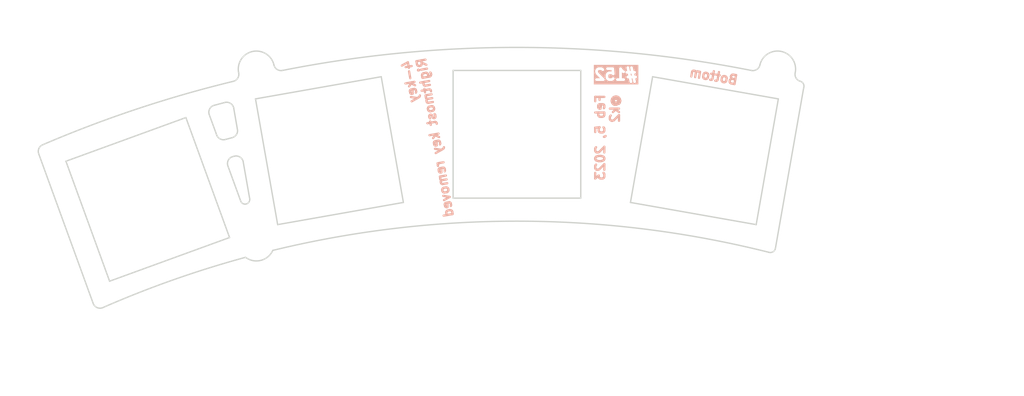
<source format=kicad_pcb>
(kicad_pcb (version 20221018) (generator pcbnew)
  (title_block (rev "1") (company "@e3w2q"))
  (layers (0 "F.Cu" signal) (31 "B.Cu" signal) (34 "B.Paste" user) (35 "F.Paste" user) (36 "B.SilkS" user "B.Silkscreen") (37 "F.SilkS" user "F.Silkscreen") (38 "B.Mask" user) (39 "F.Mask" user) (44 "Edge.Cuts" user))
  (net 0 "")
  (footprint "#footprint:Keyswitch_Plate_Hole" (layer "F.Cu") (at 106.550702 60.933434)
    (fp_text reference "SW28" hide)
    (fp_text value "SW_Push" hide)
    (fp_line (start -7 -7) (end -7 7) (stroke (width 0.15)) (layer "Edge.Cuts"))
    (fp_line (start 7 -7) (end -7 -7) (stroke (width 0.15)) (layer "Edge.Cuts"))
    (fp_line (start 7 -7) (end 7 7) (stroke (width 0.15)) (layer "Edge.Cuts"))
    (fp_line (start 7 7) (end -7 7) (stroke (width 0.15)) (layer "Edge.Cuts"))
  )
  (footprint "#footprint:Keyswitch_Plate_Hole" (layer "F.Cu") (at 127.108418 62.732608 -10)
    (fp_text reference "SW29" hide)
    (fp_text value "SW_Push" hide)
    (fp_line (start -7 -7) (end -7 7) (stroke (width 0.15)) (layer "Edge.Cuts"))
    (fp_line (start 7 -7) (end -7 -7) (stroke (width 0.15)) (layer "Edge.Cuts"))
    (fp_line (start 7 -7) (end 7 7) (stroke (width 0.15)) (layer "Edge.Cuts"))
    (fp_line (start 7 7) (end -7 7) (stroke (width 0.15)) (layer "Edge.Cuts"))
  )
  (footprint "#footprint:Keyswitch_Plate_Hole" (layer "F.Cu") (at 66.064039 68.072436 20)
    (fp_text reference "SW26" hide)
    (fp_text value "SW_Push" hide)
    (fp_line (start -7 -7) (end -7 7) (stroke (width 0.15)) (layer "Edge.Cuts"))
    (fp_line (start 7 -7) (end -7 -7) (stroke (width 0.15)) (layer "Edge.Cuts"))
    (fp_line (start 7 -7) (end 7 7) (stroke (width 0.15)) (layer "Edge.Cuts"))
    (fp_line (start 7 7) (end -7 7) (stroke (width 0.15)) (layer "Edge.Cuts"))
  )
  (footprint "#footprint:M2_Hole" (layer "F.Cu") (at 97.025698 68.474059)
    (fp_text reference "H9" hide)
    (fp_text value "MountingHole" hide)
    (pad "" np_thru_hole circle (at 0 0) (size 1.95 1.95) (drill 1.95) (layers "F&B.Cu" "*.Mask"))
  )
  (footprint "#footprint:M2_Hole" (layer "F.Cu") (at 135.125695 72.839684)
    (fp_text reference "H8" hide)
    (fp_text value "MountingHole" hide)
  )
  (footprint "#footprint:M2_Hole" (layer "F.Cu") (at 135.125647 53.78992)
    (fp_text reference "H7" hide)
    (fp_text value "MountingHole" hide)
    (pad "" np_thru_hole circle (at 0 0) (size 1.95 1.95) (drill 1.95) (layers "F&B.Cu" "*.Mask"))
  )
  (footprint "#footprint:M2_Hole" (layer "F.Cu") (at 77.975695 53.789687)
    (fp_text reference "H10" hide)
    (fp_text value "MountingHole" hide)
    (pad "" np_thru_hole circle (at 0 0) (size 1.95 1.95) (drill 1.95) (layers "F&B.Cu" "*.Mask"))
  )
  (footprint "#footprint:M2_Hole" (layer "F.Cu") (at 77.97569 72.839687)
    (fp_text reference "H9" hide)
    (fp_text value "MountingHole" hide)
    (pad "" np_thru_hole circle (at 0 0) (size 1.95 1.95) (drill 1.95) (layers "F&B.Cu" "*.Mask"))
  )
  (footprint "#footprint:M2_Hole" (layer "F.Cu") (at 116.075697 68.474057)
    (fp_text reference "H9" hide)
    (fp_text value "MountingHole" hide)
    (pad "" np_thru_hole circle (at 0 0) (size 1.95 1.95) (drill 1.95) (layers "F&B.Cu" "*.Mask"))
  )
  (footprint "#footprint:M2_Hole" (layer "F.Cu") (at 97.025701 68.474061)
    (fp_text reference "H9" hide)
    (fp_text value "MountingHole" hide)
    (pad "" np_thru_hole circle (at 0 0) (size 1.95 1.95) (drill 1.95) (layers "F&B.Cu" "*.Mask"))
  )
  (footprint "#footprint:Keyswitch_Plate_Hole" (layer "F.Cu") (at 85.989972 62.730055 10)
    (fp_text reference "SW27" hide)
    (fp_text value "SW_Push" hide)
    (fp_line (start -7 -7) (end -7 7) (stroke (width 0.15)) (layer "Edge.Cuts"))
    (fp_line (start 7 -7) (end -7 -7) (stroke (width 0.15)) (layer "Edge.Cuts"))
    (fp_line (start 7 -7) (end 7 7) (stroke (width 0.15)) (layer "Edge.Cuts"))
    (fp_line (start 7 7) (end -7 7) (stroke (width 0.15)) (layer "Edge.Cuts"))
  )
  (footprint "#footprint:M2_Hole" (layer "F.Cu") (at 116.0757 68.474059)
    (fp_text reference "H9" hide)
    (fp_text value "MountingHole" hide)
    (pad "" np_thru_hole circle (at 0 0) (size 1.95 1.95) (drill 1.95) (layers "F&B.Cu" "*.Mask"))
  )
  (gr_line (start 74.510553 57.447918) (end 73.351441 57.7585) (stroke (width 0.15)) (layer "Edge.Cuts"))
  (gr_arc (start 75.550832 63.339422) (mid 76.153145 63.418718) (end 76.522974 63.900688) (stroke (width 0.15)) (layer "Edge.Cuts"))
  (gr_arc (start 54.110813 63.084139) (mid 54.134959 62.476111) (end 54.585212 62.066779) (stroke (width 0.15)) (layer "Edge.Cuts"))
  (gr_arc (start 76.02635 54.151579) (mid 75.947054 54.753891) (end 75.465084 55.123719) (stroke (width 0.15)) (layer "Edge.Cuts"))
  (gr_arc (start 79.778806 73.668266) (mid 78.463339 74.763296) (end 76.785074 74.427182) (stroke (width 0.15)) (layer "Edge.Cuts"))
  (gr_arc (start 54.585212 62.066779) (mid 64.880442 58.160074) (end 75.465084 55.123719) (stroke (width 0.15)) (layer "Edge.Cuts"))
  (gr_arc (start 80.815398 53.938292) (mid 106.550622 51.408266) (end 132.285567 53.941125) (stroke (width 0.15)) (layer "Edge.Cuts"))
  (gr_arc (start 61.09904 79.959037) (mid 68.840508 76.905158) (end 76.785074 74.427182) (stroke (width 0.15)) (layer "Edge.Cuts"))
  (gr_arc (start 133.20509 53.297268) (mid 132.878676 53.809636) (end 132.285567 53.941125) (stroke (width 0.15)) (layer "Edge.Cuts"))
  (gr_arc (start 61.09904 79.959037) (mid 60.49211 79.932537) (end 60.081685 79.484634) (stroke (width 0.15)) (layer "Edge.Cuts"))
  (gr_line (start 75.326807 61.305604) (end 74.573386 61.50748) (stroke (width 0.15)) (layer "Edge.Cuts"))
  (gr_arc (start 74.510553 57.447917) (mid 75.112866 57.527214) (end 75.482694 58.009184) (stroke (width 0.15)) (layer "Edge.Cuts"))
  (gr_arc (start 137.635881 55.126552) (mid 137.153911 54.756724) (end 137.074615 54.154412) (stroke (width 0.15)) (layer "Edge.Cuts"))
  (gr_line (start 137.993844 55.853843) (end 134.9 73.42) (stroke (width 0.15)) (layer "Edge.Cuts"))
  (gr_arc (start 133.205089 53.297268) (mid 135.554437 51.854221) (end 137.074615 54.154412) (stroke (width 0.15)) (layer "Edge.Cuts"))
  (gr_arc (start 75.888075 60.333462) (mid 75.808778 60.935775) (end 75.326807 61.305604) (stroke (width 0.15)) (layer "Edge.Cuts"))
  (gr_line (start 73.601245 60.946215) (end 72.790176 58.730642) (stroke (width 0.15)) (layer "Edge.Cuts"))
  (gr_line (start 75.482694 58.009184) (end 75.888074 60.33346) (stroke (width 0.15)) (layer "Edge.Cuts"))
  (gr_arc (start 76.02635 54.151579) (mid 77.547127 51.854094) (end 79.895875 53.294435) (stroke (width 0.15)) (layer "Edge.Cuts"))
  (gr_line (start 77.245274 68.004826) (end 76.522974 63.900688) (stroke (width 0.15)) (layer "Edge.Cuts"))
  (gr_line (start 76.250498 68.238075) (end 74.835018 64.352975) (stroke (width 0.15)) (layer "Edge.Cuts"))
  (gr_arc (start 72.790174 58.730645) (mid 72.86947 58.12833) (end 73.351441 57.7585) (stroke (width 0.15)) (layer "Edge.Cuts"))
  (gr_arc (start 79.778806 73.668264) (mid 106.974305 70.463345) (end 134.145601 73.86736) (stroke (width 0.15)) (layer "Edge.Cuts"))
  (gr_arc (start 74.835017 64.352973) (mid 74.914314 63.75066) (end 75.396285 63.380831) (stroke (width 0.15)) (layer "Edge.Cuts"))
  (gr_arc (start 77.245274 68.004826) (mid 76.855202 68.579136) (end 76.250499 68.238075) (stroke (width 0.15)) (layer "Edge.Cuts"))
  (gr_arc (start 80.815398 53.938292) (mid 80.222289 53.806803) (end 79.895875 53.294435) (stroke (width 0.15)) (layer "Edge.Cuts"))
  (gr_line (start 60.081685 79.484634) (end 54.110813 63.084139) (stroke (width 0.15)) (layer "Edge.Cuts"))
  (gr_line (start 75.550832 63.339422) (end 75.396285 63.380831) (stroke (width 0.15)) (layer "Edge.Cuts"))
  (gr_arc (start 134.9 73.42) (mid 134.629444 73.823516) (end 134.145601 73.86736) (stroke (width 0.15)) (layer "Edge.Cuts"))
  (gr_arc (start 74.573385 61.507483) (mid 73.971073 61.428186) (end 73.601245 60.946215) (stroke (width 0.15)) (layer "Edge.Cuts"))
  (gr_arc (start 137.635881 55.126552) (mid 137.971166 55.413267) (end 137.993844 55.853843) (stroke (width 0.15)) (layer "Edge.Cuts"))
  (gr_text "Bottom" (at 130.78 55.63 -10) (layer "B.SilkS") (effects (font (size 1 1) (thickness 0.25) bold) (justify left bottom mirror)))
  (gr_text "Feb 5, 2023\n@k2" (at 117.88 56.43 90) (layer "B.SilkS") (effects (font (size 1 1) (thickness 0.25) bold) (justify left bottom mirror)))
  (gr_text "#152" (at 119.88 55.1) (layer "B.SilkS" knockout) (effects (font (size 1.2 1.2) (thickness 0.3) bold) (justify left bottom mirror)))
  (gr_text "4-key\nRightmost key removed" (at 96.58 52.33 100) (layer "B.SilkS") (effects (font (size 1 1) (thickness 0.25) bold) (justify left bottom mirror)))
)
</source>
